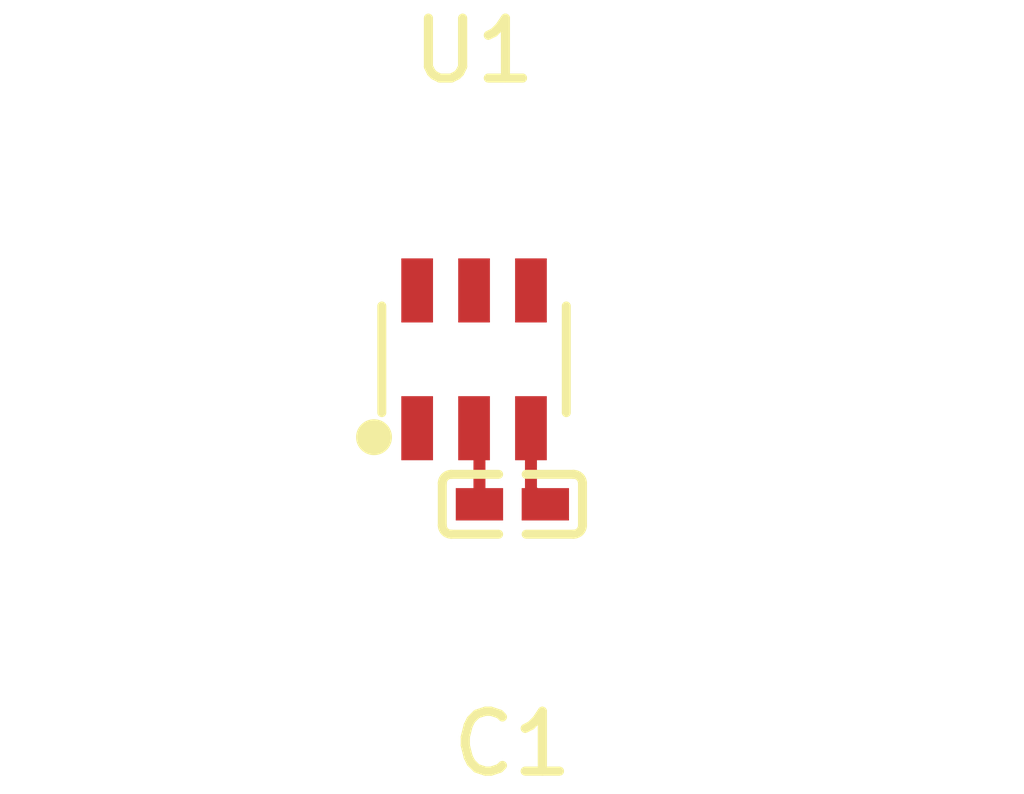
<source format=kicad_pcb>
(kicad_pcb (version 20241229) (generator "pcbnew") (generator_version "9.0")
  (layers (0 "F.Cu" signal) (2 "B.Cu" signal) (13 "F.Paste" user) (15 "B.Paste" user) (5 "F.SilkS" user "F.Silkscreen") (7 "B.SilkS" user "B.Silkscreen") (1 "F.Mask" user) (3 "B.Mask" user) (25 "Edge.Cuts" user))
  (net 0 "")
  (net 1 "SCL")
  (net 2 "SDA")
  (net 3 "VOUT")
  (net 4 "A0")
  (net 5 "VDD")
  (net 6 "gnd")
  (footprint "atopile:C0402-b3ef17" (layer "F.Cu") (at 149.74 105.03 180)
    (property "Reference" "C1" (at 0 -4 0) (layer "F.SilkS"))
    (property "Value" "100nF ±10% 16V X7R")
    (fp_line (start 1.17 0.35) (end 1.17 -0.35) (stroke (width 0.15)) (layer "F.SilkS"))
    (fp_line (start 1.02 -0.5) (end 0.23 -0.5) (stroke (width 0.15)) (layer "F.SilkS"))
    (fp_line (start 0.23 0.5) (end 1.02 0.5) (stroke (width 0.15)) (layer "F.SilkS"))
    (fp_line (start -0.23 0.5) (end -1.02 0.5) (stroke (width 0.15)) (layer "F.SilkS"))
    (fp_line (start -1.02 -0.5) (end -0.23 -0.5) (stroke (width 0.15)) (layer "F.SilkS"))
    (fp_line (start -1.17 0.35) (end -1.17 -0.35) (stroke (width 0.15)) (layer "F.SilkS"))
    (fp_arc (start 1.17 0.35) (mid 1.126066 0.456066) (end 1.02 0.5) (stroke (width 0.15)) (layer "F.SilkS"))
    (fp_arc (start 1.02 -0.5) (mid 1.126066 -0.456066) (end 1.17 -0.35) (stroke (width 0.15)) (layer "F.SilkS"))
    (fp_arc (start -1.02 0.5) (mid -1.126066 0.456066) (end -1.17 0.35) (stroke (width 0.15)) (layer "F.SilkS"))
    (fp_arc (start -1.17 -0.35) (mid -1.126066 -0.456066) (end -1.02 -0.5) (stroke (width 0.15)) (layer "F.SilkS"))
    (fp_text user "${REFERENCE}" (at 0 -4 0) (layer "F.SilkS"))
    (pad "1" smd rect (at -0.55 0 180) (size 0.79 0.54) (layers "F.Cu" "F.Mask" "F.Paste") (net 5 "VDD"))
    (pad "2" smd rect (at 0.55 0 180) (size 0.79 0.54) (layers "F.Cu" "F.Mask" "F.Paste") (net 6 "gnd"))
  )
  (footprint "atopile:SOT-23-6_L2.9-W1.6-P0.95-LS2.8-BL-d2c740" (layer "F.Cu") (at 149.1 102.61)
    (property "Reference" "U1" (at 0 -5.15 0) (layer "F.SilkS"))
    (property "Value" "")
    (fp_line (start -1.54 0.89) (end -1.54 -0.89) (stroke (width 0.15)) (layer "F.SilkS"))
    (fp_line (start 1.54 0.89) (end 1.54 -0.89) (stroke (width 0.15)) (layer "F.SilkS"))
    (fp_circle (center -1.67 1.3) (end -1.52 1.3) (stroke (width 0.3)) (fill no) (layer "F.SilkS"))
    (fp_text user "${REFERENCE}" (at 0 -5.15 0) (layer "F.SilkS"))
    (pad "1" smd rect (at -0.95 1.15) (size 0.53 1.07) (layers "F.Cu" "F.Mask" "F.Paste") (net 3 "VOUT"))
    (pad "2" smd rect (at 0 1.15) (size 0.53 1.07) (layers "F.Cu" "F.Mask" "F.Paste") (net 6 "gnd"))
    (pad "3" smd rect (at 0.95 1.15) (size 0.53 1.07) (layers "F.Cu" "F.Mask" "F.Paste") (net 5 "VDD"))
    (pad "4" smd rect (at 0.95 -1.15) (size 0.53 1.07) (layers "F.Cu" "F.Mask" "F.Paste") (net 2 "SDA"))
    (pad "5" smd rect (at 0 -1.15) (size 0.53 1.07) (layers "F.Cu" "F.Mask" "F.Paste") (net 1 "SCL"))
    (pad "6" smd rect (at -0.95 -1.15) (size 0.53 1.07) (layers "F.Cu" "F.Mask" "F.Paste") (net 4 "A0"))
  )
  (segment (start 150.05 104.79) (end 150.29 105.03) (width 0.2) (layer "F.Cu") (net 5))
  (segment (start 150.05 103.76) (end 150.05 104.79) (width 0.2) (layer "F.Cu") (net 5))
  (segment (start 149.19 103.85) (end 149.1 103.76) (width 0.2) (layer "F.Cu") (net 6))
  (segment (start 149.19 105.03) (end 149.19 103.85) (width 0.2) (layer "F.Cu") (net 6))
)
</source>
